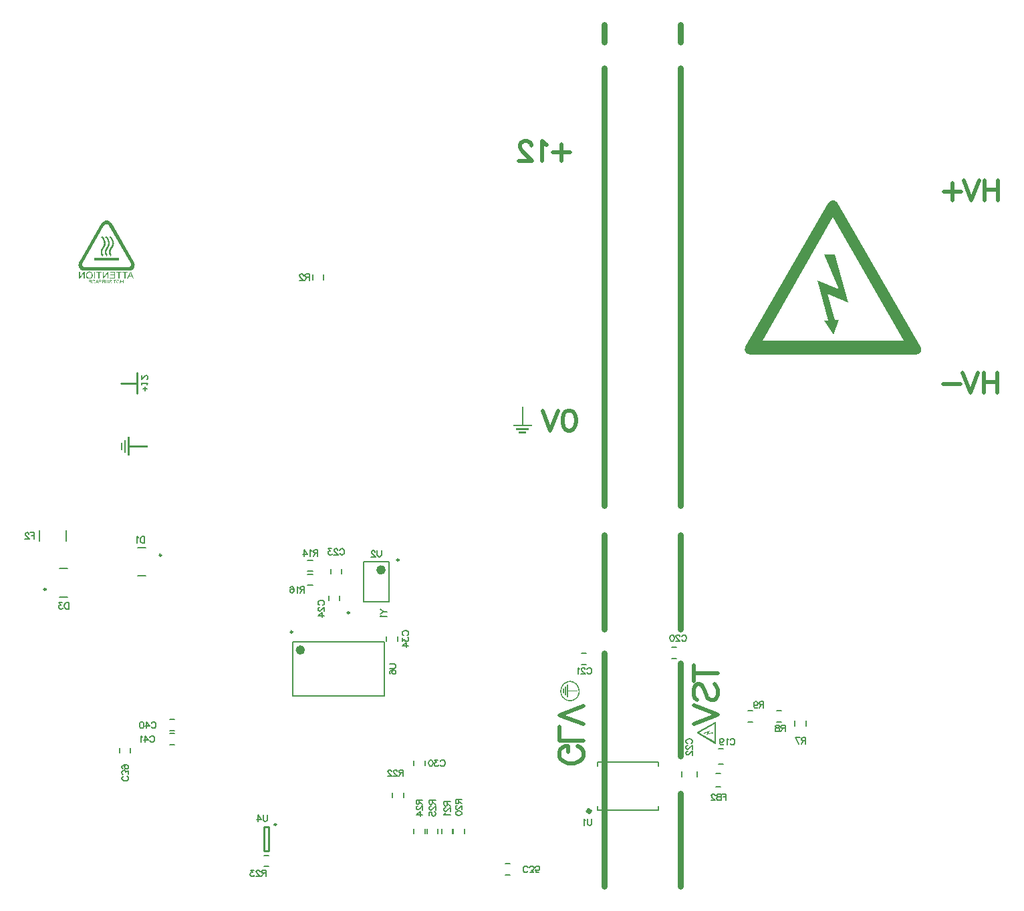
<source format=gbo>
G04*
G04 #@! TF.GenerationSoftware,Altium Limited,Altium Designer,20.0.13 (296)*
G04*
G04 Layer_Color=32896*
%FSLAX25Y25*%
%MOIN*%
G70*
G01*
G75*
%ADD10C,0.03000*%
%ADD11C,0.02000*%
%ADD12C,0.00787*%
%ADD13C,0.00984*%
%ADD14C,0.02362*%
%ADD15C,0.01000*%
%ADD16C,0.00600*%
%ADD17C,0.00500*%
G36*
X407004Y342715D02*
X407393Y342492D01*
X407726Y342270D01*
X408004Y342048D01*
X408226Y341881D01*
X408337Y341715D01*
X408393Y341603D01*
X408449Y341548D01*
X449889Y269944D01*
X450056Y269444D01*
X450167Y268944D01*
Y268444D01*
X450111Y268055D01*
X450056Y267722D01*
X450000Y267500D01*
X449889Y267333D01*
Y267278D01*
X449556Y266833D01*
X449222Y266556D01*
X448834Y266333D01*
X448445Y266167D01*
X448111Y266055D01*
X447834Y266000D01*
X364786Y266000D01*
X364286Y266055D01*
X363898Y266222D01*
X363509Y266389D01*
X363175Y266667D01*
X362953Y266889D01*
X362787Y267055D01*
X362675Y267222D01*
X362620Y267278D01*
X362398Y267722D01*
X362287Y268222D01*
Y268666D01*
X362342Y269055D01*
X362398Y269444D01*
X362509Y269722D01*
X362564Y269888D01*
X362620Y269944D01*
X403949Y341548D01*
X404338Y342048D01*
X404782Y342437D01*
X405227Y342659D01*
X405616Y342826D01*
X406004Y342881D01*
X406560D01*
X407004Y342715D01*
D02*
G37*
G36*
X275238Y103025D02*
X275419Y103018D01*
X275592Y102998D01*
X275766Y102970D01*
X276099Y102894D01*
X276418Y102803D01*
X276717Y102692D01*
X277001Y102567D01*
X277265Y102429D01*
X277501Y102297D01*
X277716Y102158D01*
X277910Y102019D01*
X278070Y101894D01*
X278146Y101839D01*
X278209Y101783D01*
X278271Y101735D01*
X278320Y101693D01*
X278361Y101651D01*
X278403Y101617D01*
X278431Y101589D01*
X278452Y101568D01*
X278459Y101561D01*
X278466Y101554D01*
X278590Y101415D01*
X278708Y101270D01*
X278819Y101124D01*
X278924Y100971D01*
X279021Y100826D01*
X279111Y100673D01*
X279271Y100367D01*
X279409Y100062D01*
X279520Y99764D01*
X279611Y99479D01*
X279687Y99202D01*
X279743Y98945D01*
X279784Y98709D01*
X279805Y98605D01*
X279819Y98501D01*
X279833Y98403D01*
X279840Y98320D01*
X279847Y98237D01*
X279854Y98168D01*
Y98112D01*
X279860Y98056D01*
Y97966D01*
X279854Y97772D01*
X279847Y97578D01*
X279826Y97390D01*
X279798Y97203D01*
X279729Y96849D01*
X279645Y96516D01*
X279534Y96197D01*
X279416Y95898D01*
X279291Y95627D01*
X279167Y95378D01*
X279035Y95156D01*
X278910Y94954D01*
X278847Y94864D01*
X278792Y94788D01*
X278736Y94711D01*
X278681Y94642D01*
X278639Y94579D01*
X278597Y94531D01*
X278556Y94482D01*
X278528Y94448D01*
X278500Y94420D01*
X278479Y94392D01*
X278472Y94385D01*
X278466Y94378D01*
X278327Y94246D01*
X278188Y94121D01*
X278049Y94003D01*
X277903Y93892D01*
X277765Y93788D01*
X277619Y93691D01*
X277473Y93608D01*
X277327Y93525D01*
X277036Y93379D01*
X276751Y93261D01*
X276481Y93164D01*
X276217Y93087D01*
X275974Y93025D01*
X275752Y92976D01*
X275648Y92962D01*
X275551Y92949D01*
X275467Y92935D01*
X275384Y92921D01*
X275308Y92914D01*
X275245Y92907D01*
X275190D01*
X275141Y92900D01*
X275100D01*
X275072D01*
X275058D01*
X275051D01*
X274864Y92907D01*
X274683Y92914D01*
X274503Y92935D01*
X274329Y92962D01*
X273996Y93039D01*
X273677Y93129D01*
X273372Y93240D01*
X273087Y93365D01*
X272830Y93504D01*
X272594Y93643D01*
X272379Y93774D01*
X272185Y93913D01*
X272018Y94038D01*
X271949Y94094D01*
X271886Y94149D01*
X271824Y94198D01*
X271775Y94239D01*
X271734Y94281D01*
X271692Y94316D01*
X271664Y94344D01*
X271643Y94364D01*
X271637Y94371D01*
X271630Y94378D01*
X271505Y94517D01*
X271387Y94663D01*
X271276Y94809D01*
X271172Y94954D01*
X271074Y95107D01*
X270984Y95253D01*
X270825Y95558D01*
X270686Y95863D01*
X270575Y96162D01*
X270484Y96446D01*
X270408Y96724D01*
X270353Y96981D01*
X270311Y97217D01*
X270290Y97328D01*
X270276Y97432D01*
X270269Y97529D01*
X270255Y97612D01*
X270249Y97689D01*
X270242Y97758D01*
Y97821D01*
X270235Y97876D01*
Y97966D01*
X270242Y98160D01*
X270249Y98355D01*
X270269Y98542D01*
X270297Y98723D01*
X270367Y99077D01*
X270450Y99417D01*
X270561Y99729D01*
X270679Y100027D01*
X270804Y100298D01*
X270936Y100548D01*
X271061Y100777D01*
X271185Y100971D01*
X271248Y101061D01*
X271304Y101145D01*
X271359Y101221D01*
X271414Y101291D01*
X271456Y101353D01*
X271498Y101401D01*
X271539Y101450D01*
X271567Y101485D01*
X271595Y101513D01*
X271616Y101540D01*
X271623Y101547D01*
X271630Y101554D01*
X271761Y101686D01*
X271900Y101818D01*
X272046Y101929D01*
X272185Y102040D01*
X272331Y102144D01*
X272476Y102241D01*
X272622Y102324D01*
X272768Y102408D01*
X273052Y102553D01*
X273337Y102672D01*
X273615Y102769D01*
X273871Y102845D01*
X274121Y102908D01*
X274343Y102956D01*
X274447Y102970D01*
X274544Y102991D01*
X274635Y102998D01*
X274718Y103012D01*
X274794Y103018D01*
X274857Y103025D01*
X274912D01*
X274961Y103032D01*
X275003D01*
X275030D01*
X275044D01*
X275051D01*
X275238Y103025D01*
D02*
G37*
G36*
X55331Y220455D02*
X64346D01*
Y219664D01*
X55331D01*
Y220455D01*
X55320D01*
Y219664D01*
X55331D01*
Y215510D01*
X54539D01*
Y224702D01*
X55331D01*
Y220455D01*
D02*
G37*
G36*
X51843Y218290D02*
X51052D01*
Y221933D01*
X51843D01*
Y218290D01*
D02*
G37*
G36*
X53571Y216895D02*
X52780D01*
Y223255D01*
X53571D01*
Y216895D01*
D02*
G37*
G36*
X44215Y332808D02*
X44465Y332780D01*
X44715Y332697D01*
X44937Y332641D01*
X45104Y332558D01*
X45243Y332475D01*
X45326Y332447D01*
X45354Y332419D01*
X45465Y332364D01*
X45520Y332336D01*
X45576Y332308D01*
X45937Y332002D01*
X46187Y331697D01*
X46270Y331558D01*
X46353Y331475D01*
X46381Y331392D01*
X46409Y331364D01*
X57572Y312036D01*
X57600Y312008D01*
Y311980D01*
Y311953D01*
X57683Y311814D01*
X57739Y311703D01*
X57794Y311619D01*
Y311592D01*
X57822Y311480D01*
X57850Y311342D01*
X57878Y311231D01*
X57906Y311203D01*
Y311175D01*
X57961Y310786D01*
X57933Y310425D01*
X57906Y310092D01*
X57822Y309787D01*
X57739Y309537D01*
X57656Y309342D01*
X57600Y309231D01*
X57572Y309176D01*
X57489Y309037D01*
X57406Y308926D01*
X57350Y308842D01*
X57322Y308815D01*
X57128Y308620D01*
X57073Y308537D01*
X57045Y308509D01*
X56712Y308259D01*
X56378Y308065D01*
X56045Y307926D01*
X55739Y307843D01*
X55462Y307787D01*
X55268Y307759D01*
X32496D01*
X32385Y307787D01*
X32274D01*
X32163Y307815D01*
X32024Y307843D01*
X31913Y307898D01*
X31885D01*
X31524Y308037D01*
X31191Y308231D01*
X30913Y308454D01*
X30691Y308676D01*
X30497Y308870D01*
X30386Y309037D01*
X30302Y309148D01*
X30275Y309176D01*
Y309203D01*
X30191Y309370D01*
X30136Y309481D01*
X30080Y309564D01*
Y309592D01*
X30024Y309759D01*
X29997Y309870D01*
X29969Y309953D01*
Y309981D01*
X29913Y310398D01*
Y310786D01*
X29969Y311120D01*
X30052Y311453D01*
X30136Y311703D01*
X30219Y311897D01*
X30275Y312008D01*
X30302Y312064D01*
X41466Y331419D01*
X41549Y331530D01*
X41605Y331642D01*
X41660Y331725D01*
X41688Y331753D01*
X41771Y331836D01*
X41882Y331947D01*
X41966Y332030D01*
X41993Y332058D01*
X42299Y332308D01*
X42632Y332502D01*
X42965Y332641D01*
X43243Y332752D01*
X43521Y332808D01*
X43715Y332836D01*
X43909D01*
X44215Y332808D01*
D02*
G37*
G36*
X44881Y303760D02*
X44437D01*
Y306537D01*
X42577Y303760D01*
X42105D01*
Y307287D01*
X42549D01*
Y304510D01*
X44409Y307287D01*
X44881D01*
Y303760D01*
D02*
G37*
G36*
X33051D02*
X32607D01*
Y306537D01*
X30747Y303760D01*
X30275D01*
Y307287D01*
X30719D01*
Y304510D01*
X32579Y307287D01*
X33051D01*
Y303760D01*
D02*
G37*
G36*
X57572D02*
X57073D01*
X56684Y304816D01*
X55212D01*
X54795Y303760D01*
X54268D01*
X55712Y307287D01*
X56212D01*
X57572Y303760D01*
D02*
G37*
G36*
X54518Y306871D02*
X53351D01*
Y303760D01*
X52879D01*
Y306871D01*
X51713D01*
Y307287D01*
X54518D01*
Y306871D01*
D02*
G37*
G36*
X51491D02*
X50324D01*
Y303760D01*
X49852D01*
Y306871D01*
X48686D01*
Y307287D01*
X51491D01*
Y306871D01*
D02*
G37*
G36*
X48186Y303760D02*
X45548D01*
Y304149D01*
X47714D01*
Y305371D01*
X45742D01*
Y305788D01*
X47714D01*
Y306871D01*
X45631D01*
Y307287D01*
X48186D01*
Y303760D01*
D02*
G37*
G36*
X41577Y306871D02*
X40411D01*
Y303760D01*
X39938D01*
Y306871D01*
X38772D01*
Y307287D01*
X41577D01*
Y306871D01*
D02*
G37*
G36*
X38217Y303760D02*
X37745D01*
Y307287D01*
X38217D01*
Y303760D01*
D02*
G37*
G36*
X35634Y307315D02*
X35856Y307259D01*
X36078Y307176D01*
X36245Y307093D01*
X36384Y307010D01*
X36495Y306926D01*
X36551Y306871D01*
X36578Y306843D01*
X36745Y306648D01*
X36856Y306426D01*
X36939Y306204D01*
X36995Y305982D01*
X37023Y305788D01*
X37050Y305621D01*
Y305510D01*
Y305482D01*
X37023Y305121D01*
X36939Y304843D01*
X36911Y304732D01*
X36884Y304677D01*
X36856Y304621D01*
Y304594D01*
X36689Y304316D01*
X36467Y304094D01*
X36301Y303983D01*
X36273Y303927D01*
X36245D01*
X35939Y303788D01*
X35662Y303705D01*
X35523D01*
X35440Y303677D01*
X35356D01*
X35023Y303705D01*
X34745Y303788D01*
X34662Y303844D01*
X34579Y303871D01*
X34523Y303899D01*
X34495D01*
X34246Y304094D01*
X34051Y304316D01*
X33912Y304483D01*
X33885Y304510D01*
Y304538D01*
X33746Y304871D01*
X33690Y305177D01*
X33662Y305316D01*
Y305427D01*
Y305482D01*
Y305510D01*
X33690Y305871D01*
X33773Y306176D01*
X33801Y306288D01*
X33857Y306371D01*
X33885Y306426D01*
Y306454D01*
X34051Y306732D01*
X34246Y306954D01*
X34412Y307065D01*
X34440Y307121D01*
X34468D01*
X34773Y307259D01*
X35051Y307315D01*
X35190Y307343D01*
X35356D01*
X35634Y307315D01*
D02*
G37*
G36*
X52324Y301428D02*
X52102D01*
Y302233D01*
X51185D01*
Y301428D01*
X50935D01*
Y303177D01*
X51185D01*
Y302455D01*
X52102D01*
Y303177D01*
X52324D01*
Y301428D01*
D02*
G37*
G36*
X44826Y302150D02*
X44798Y301955D01*
X44770Y301817D01*
X44743Y301733D01*
Y301706D01*
X44687Y301622D01*
X44604Y301567D01*
X44548Y301539D01*
X44521Y301511D01*
X44382Y301455D01*
X44243Y301428D01*
X44132Y301400D01*
X44104D01*
X43937Y301428D01*
X43826Y301455D01*
X43743Y301483D01*
X43715Y301511D01*
X43604Y301594D01*
X43549Y301678D01*
X43493Y301706D01*
Y301733D01*
X43465Y301844D01*
X43437Y301983D01*
Y302094D01*
Y302150D01*
Y303177D01*
X43660D01*
Y302150D01*
X43687Y301928D01*
X43715Y301817D01*
X43743Y301733D01*
X43771Y301706D01*
X43882Y301650D01*
X43993Y301622D01*
X44243D01*
X44326Y301650D01*
X44382D01*
X44493Y301761D01*
X44548Y301789D01*
Y301817D01*
X44576Y301900D01*
Y302011D01*
Y302122D01*
Y302150D01*
Y303177D01*
X44826D01*
Y302150D01*
D02*
G37*
G36*
X37606Y303177D02*
X37745Y303150D01*
X37856Y303122D01*
X37883Y303094D01*
X38022Y303011D01*
X38106Y302900D01*
X38161Y302816D01*
X38189Y302788D01*
X38245Y302622D01*
X38272Y302483D01*
Y302372D01*
Y302316D01*
X38245Y302122D01*
X38217Y301955D01*
X38189Y301844D01*
Y301817D01*
X38106Y301706D01*
X38022Y301594D01*
X37939Y301567D01*
X37911Y301539D01*
X37772Y301455D01*
X37606Y301428D01*
X37495Y301400D01*
X37439D01*
X37273Y301428D01*
X37134Y301483D01*
X37023Y301539D01*
X36995Y301567D01*
X36856Y301650D01*
X36773Y301789D01*
X36745Y301900D01*
X36717Y301955D01*
X36939Y302039D01*
X36995Y301872D01*
X37050Y301761D01*
X37106Y301706D01*
X37134Y301678D01*
X37356Y301622D01*
X37467D01*
X37661Y301650D01*
X37772D01*
X37856Y301733D01*
X37911Y301817D01*
X37967Y301872D01*
Y301900D01*
X38022Y302039D01*
X38050Y302178D01*
Y302289D01*
Y302316D01*
Y302428D01*
X38022Y302539D01*
X37995Y302622D01*
Y302650D01*
X37939Y302761D01*
X37883Y302844D01*
X37828Y302872D01*
X37800Y302900D01*
X37689Y302955D01*
X37578Y303011D01*
X37328D01*
X37245Y302983D01*
X37189Y302955D01*
X37161Y302927D01*
X37078Y302844D01*
X37023Y302733D01*
X36967Y302650D01*
Y302622D01*
X36745Y302677D01*
X36828Y302844D01*
X36911Y302955D01*
X36967Y303038D01*
X36995Y303066D01*
X37134Y303150D01*
X37300Y303177D01*
X37384Y303205D01*
X37439D01*
X37606Y303177D01*
D02*
G37*
G36*
X48769Y302983D02*
X48186D01*
Y301428D01*
X47936D01*
Y302983D01*
X47353D01*
Y303177D01*
X48769D01*
Y302983D01*
D02*
G37*
G36*
X43021Y301428D02*
X42799D01*
Y302178D01*
X42382D01*
X42299Y302150D01*
X42271Y302122D01*
X42216Y302066D01*
X42160Y302039D01*
Y302011D01*
X42105Y301955D01*
X42049Y301872D01*
X42021Y301789D01*
X41993Y301761D01*
X41771Y301428D01*
X41466D01*
X41771Y301900D01*
X41910Y302066D01*
X41938Y302094D01*
X41966Y302122D01*
X41993Y302150D01*
X42049Y302178D01*
X42077Y302205D01*
X42105D01*
X41938Y302233D01*
X41827Y302289D01*
X41771Y302344D01*
X41743Y302372D01*
X41660Y302483D01*
X41632Y302594D01*
X41605Y302677D01*
Y302705D01*
Y302788D01*
X41632Y302872D01*
X41660Y302927D01*
X41688Y302955D01*
X41827Y303094D01*
X41855Y303122D01*
X41882D01*
X41993Y303150D01*
X42105Y303177D01*
X43021D01*
Y301428D01*
D02*
G37*
G36*
X41216D02*
X40994D01*
Y302205D01*
X40161D01*
Y302428D01*
X40994D01*
Y302983D01*
X40049D01*
Y303177D01*
X41216D01*
Y301428D01*
D02*
G37*
G36*
X40049D02*
X39827D01*
X39633Y301928D01*
X38883D01*
X38661Y301428D01*
X38411D01*
X39133Y303177D01*
X39383D01*
X40049Y301428D01*
D02*
G37*
G36*
X36412D02*
X35106D01*
Y301622D01*
X36189D01*
Y302205D01*
X35217D01*
Y302428D01*
X36189D01*
Y302983D01*
X35134D01*
Y303177D01*
X36412D01*
Y301428D01*
D02*
G37*
G36*
X50019Y303177D02*
X50213Y303094D01*
X50324Y302983D01*
X50380Y302955D01*
X50519Y302733D01*
X50602Y302511D01*
X50630Y302344D01*
Y302289D01*
Y302261D01*
X50602Y302094D01*
X50574Y301955D01*
X50547Y301844D01*
X50519Y301817D01*
X50436Y301706D01*
X50352Y301594D01*
X50269Y301567D01*
X50241Y301539D01*
X50102Y301455D01*
X49936Y301428D01*
X49825Y301400D01*
X49797D01*
X49630Y301428D01*
X49491Y301455D01*
X49380Y301483D01*
X49352Y301511D01*
X49214Y301594D01*
X49130Y301706D01*
X49075Y301789D01*
X49047Y301817D01*
X48991Y301983D01*
X48936Y302122D01*
Y302233D01*
Y302289D01*
Y302455D01*
X48964Y302622D01*
X48991Y302733D01*
X49019Y302761D01*
X49103Y302900D01*
X49214Y303011D01*
X49297Y303066D01*
X49325Y303094D01*
X49463Y303150D01*
X49630Y303205D01*
X49769D01*
X50019Y303177D01*
D02*
G37*
G36*
X46103D02*
X46159Y303150D01*
X46187D01*
X46353Y303038D01*
X46381Y303011D01*
X46409Y302983D01*
X46464Y302872D01*
X46492Y302788D01*
Y302733D01*
Y302705D01*
X46464Y302622D01*
X46437Y302566D01*
X46409Y302511D01*
X46353Y302428D01*
X46298Y302400D01*
X46242Y302344D01*
X46214D01*
X46131Y302289D01*
X46020Y302261D01*
X45909Y302233D01*
X45881D01*
X45715Y302178D01*
X45631Y302150D01*
X45576Y302122D01*
X45437Y302066D01*
X45409Y302039D01*
X45354Y301928D01*
Y301900D01*
Y301872D01*
X45381Y301761D01*
X45409Y301733D01*
X45520Y301650D01*
X45548Y301622D01*
X46076D01*
X46159Y301678D01*
X46214Y301706D01*
X46242Y301761D01*
X46298Y301844D01*
X46325Y301928D01*
Y301955D01*
Y301983D01*
X46548D01*
X46520Y301844D01*
X46492Y301733D01*
X46464Y301678D01*
Y301650D01*
X46270Y301539D01*
X46214Y301483D01*
X46187D01*
X46048Y301428D01*
X45937Y301400D01*
X45798D01*
X45687Y301428D01*
X45576Y301455D01*
X45492Y301483D01*
X45465D01*
X45354Y301539D01*
X45270Y301567D01*
X45243Y301622D01*
X45215D01*
X45159Y301733D01*
X45131Y301817D01*
Y301872D01*
Y301900D01*
Y302011D01*
X45159Y302066D01*
X45187Y302122D01*
X45215Y302150D01*
X45270Y302233D01*
X45354Y302289D01*
X45409Y302344D01*
X45437D01*
X45520Y302372D01*
X45659Y302400D01*
X45770Y302455D01*
X45826D01*
X46020Y302511D01*
X46131Y302539D01*
X46159Y302566D01*
X46187D01*
X46242Y302677D01*
Y302705D01*
Y302733D01*
X46214Y302816D01*
X46187Y302872D01*
X46159Y302927D01*
X46076Y302955D01*
X45965Y302983D01*
X45715D01*
X45631Y302955D01*
X45576Y302927D01*
X45548D01*
X45465Y302844D01*
X45437Y302761D01*
X45409Y302677D01*
Y302650D01*
X45187Y302677D01*
Y302788D01*
X45215Y302872D01*
X45243Y302927D01*
X45270Y302955D01*
X45354Y303038D01*
X45437Y303094D01*
X45492Y303150D01*
X45520D01*
X45742Y303205D01*
X45992D01*
X46103Y303177D01*
D02*
G37*
G36*
X251836Y230831D02*
X251045D01*
Y230820D01*
X251836D01*
Y230831D01*
X255990D01*
Y230039D01*
X246798D01*
Y230831D01*
X251045D01*
Y239846D01*
X251836D01*
Y230831D01*
D02*
G37*
G36*
X254605Y228280D02*
X248245D01*
Y229071D01*
X254605D01*
Y228280D01*
D02*
G37*
G36*
X253210Y226552D02*
X249567D01*
Y227343D01*
X253210D01*
Y226552D01*
D02*
G37*
G36*
X347643Y82551D02*
X347685Y82544D01*
X347713Y82538D01*
X347733Y82524D01*
X347740D01*
X347796Y82482D01*
X347831Y82440D01*
X347858Y82392D01*
X347879Y82343D01*
X347893Y82302D01*
X347900Y82267D01*
Y71892D01*
X347893Y71829D01*
X347872Y71781D01*
X347851Y71732D01*
X347817Y71690D01*
X347789Y71663D01*
X347768Y71642D01*
X347747Y71628D01*
X347740Y71621D01*
X347685Y71593D01*
X347622Y71579D01*
X347567D01*
X347518Y71586D01*
X347470Y71593D01*
X347435Y71607D01*
X347414Y71614D01*
X347407Y71621D01*
X338462Y76784D01*
X338399Y76833D01*
X338351Y76888D01*
X338323Y76944D01*
X338302Y76992D01*
X338295Y77041D01*
Y77110D01*
X338316Y77166D01*
X338344Y77215D01*
X338371Y77256D01*
X338399Y77291D01*
X338420Y77319D01*
X338441Y77333D01*
X338455Y77340D01*
X338462Y77346D01*
X347407Y82524D01*
X347470Y82544D01*
X347532Y82558D01*
X347595D01*
X347643Y82551D01*
D02*
G37*
%LPC*%
G36*
X406171Y334604D02*
X371063Y272777D01*
X441390Y272777D01*
X406171Y334604D01*
D02*
G37*
%LPD*%
G36*
X413893Y291831D02*
X403394Y296108D01*
X407116Y283109D01*
X409115D01*
X406560Y275832D01*
X401949Y282832D01*
X403949D01*
X398561Y302885D01*
X409282Y298552D01*
X401783Y315884D01*
X407115D01*
X413893Y291831D01*
D02*
G37*
%LPC*%
G36*
X275127Y102505D02*
X275093D01*
X275072D01*
X275058D01*
X275051D01*
X274885Y102498D01*
X274725Y102491D01*
X274413Y102449D01*
X274114Y102380D01*
X273830Y102297D01*
X273559Y102200D01*
X273309Y102089D01*
X273080Y101971D01*
X272872Y101846D01*
X272678Y101721D01*
X272511Y101603D01*
X272365Y101492D01*
X272240Y101395D01*
X272143Y101311D01*
X272074Y101242D01*
X272053Y101221D01*
X272032Y101200D01*
X272025Y101193D01*
X272018Y101186D01*
X271907Y101061D01*
X271796Y100930D01*
X271602Y100666D01*
X271435Y100395D01*
X271290Y100118D01*
X271172Y99847D01*
X271068Y99576D01*
X270984Y99319D01*
X270922Y99077D01*
X270866Y98841D01*
X270831Y98632D01*
X270804Y98445D01*
X270790Y98362D01*
X270783Y98278D01*
X270776Y98209D01*
X270769Y98147D01*
Y98098D01*
X270762Y98049D01*
Y97966D01*
X270769Y97793D01*
X270776Y97619D01*
X270818Y97286D01*
X270880Y96967D01*
X270956Y96662D01*
X271054Y96377D01*
X271158Y96113D01*
X271276Y95870D01*
X271394Y95648D01*
X271505Y95447D01*
X271623Y95266D01*
X271727Y95114D01*
X271824Y94982D01*
X271866Y94927D01*
X271900Y94878D01*
X271935Y94843D01*
X271963Y94809D01*
X271990Y94781D01*
X272004Y94760D01*
X272018Y94753D01*
Y94746D01*
X272136Y94628D01*
X272261Y94517D01*
X272386Y94406D01*
X272511Y94309D01*
X272768Y94135D01*
X273025Y93983D01*
X273281Y93858D01*
X273531Y93747D01*
X273774Y93663D01*
X274003Y93594D01*
X274225Y93538D01*
X274419Y93497D01*
X274600Y93469D01*
X274683Y93455D01*
X274753Y93448D01*
X274822Y93441D01*
X274878Y93434D01*
X274933D01*
X274975Y93427D01*
X275009D01*
X275030D01*
X275044D01*
X275051D01*
X275218Y93434D01*
X275377Y93441D01*
X275683Y93483D01*
X275981Y93552D01*
X276266Y93636D01*
X276529Y93733D01*
X276779Y93844D01*
X277008Y93962D01*
X277223Y94087D01*
X277411Y94212D01*
X277584Y94330D01*
X277730Y94441D01*
X277848Y94538D01*
X277945Y94621D01*
X278021Y94691D01*
X278042Y94711D01*
X278063Y94732D01*
X278070Y94739D01*
X278077Y94746D01*
X278188Y94871D01*
X278299Y95003D01*
X278493Y95266D01*
X278660Y95537D01*
X278806Y95808D01*
X278924Y96078D01*
X279028Y96349D01*
X279111Y96606D01*
X279173Y96856D01*
X279229Y97085D01*
X279264Y97300D01*
X279298Y97487D01*
X279305Y97571D01*
X279312Y97647D01*
X279319Y97723D01*
X279326Y97786D01*
Y97834D01*
X279333Y97883D01*
Y98140D01*
X279319Y98313D01*
X279277Y98646D01*
X279215Y98959D01*
X279139Y99264D01*
X279042Y99549D01*
X278938Y99812D01*
X278819Y100055D01*
X278708Y100284D01*
X278590Y100485D01*
X278472Y100666D01*
X278368Y100819D01*
X278271Y100950D01*
X278230Y101006D01*
X278195Y101048D01*
X278160Y101089D01*
X278132Y101124D01*
X278112Y101152D01*
X278091Y101172D01*
X278084Y101179D01*
X278077Y101186D01*
X277959Y101304D01*
X277834Y101415D01*
X277709Y101526D01*
X277584Y101624D01*
X277327Y101797D01*
X277071Y101950D01*
X276814Y102075D01*
X276564Y102186D01*
X276321Y102269D01*
X276085Y102338D01*
X275870Y102394D01*
X275676Y102436D01*
X275495Y102463D01*
X275419Y102477D01*
X275342Y102484D01*
X275280Y102491D01*
X275225Y102498D01*
X275169D01*
X275127Y102505D01*
D02*
G37*
%LPD*%
G36*
X272088Y96752D02*
X271560D01*
Y99202D01*
X272088D01*
Y96752D01*
D02*
G37*
G36*
X273045Y95836D02*
X272511D01*
Y100083D01*
X273045D01*
Y95836D01*
D02*
G37*
G36*
X274017Y98209D02*
X278958D01*
Y97682D01*
X274017D01*
Y94899D01*
X273490D01*
Y101034D01*
X274017D01*
Y98209D01*
D02*
G37*
%LPC*%
G36*
X44048Y330920D02*
X43909D01*
X43687Y330892D01*
X43493Y330864D01*
X43187Y330725D01*
X43049Y330642D01*
X42965Y330558D01*
X42910Y330531D01*
X42882Y330503D01*
X42771Y330392D01*
X42743Y330364D01*
X42715Y330336D01*
X42632Y330225D01*
X42604Y330198D01*
Y330170D01*
X42577D01*
X31968Y311786D01*
X31857Y311564D01*
X31802Y311342D01*
X31746Y311203D01*
Y311175D01*
Y311147D01*
X31774Y311120D01*
X31746Y311064D01*
Y311036D01*
Y311008D01*
X31774Y310703D01*
X31857Y310453D01*
X31941Y310286D01*
X31968Y310259D01*
Y310231D01*
X32107Y310036D01*
X32246Y309898D01*
X32385Y309759D01*
X32524Y309676D01*
X32663Y309592D01*
X32774Y309537D01*
X32829Y309509D01*
X32885D01*
X32940Y309481D01*
X33024Y309453D01*
X54518D01*
X54740Y309481D01*
X54962Y309509D01*
X55129Y309564D01*
X55295Y309648D01*
X55434Y309731D01*
X55517Y309787D01*
X55573Y309814D01*
X55601Y309842D01*
X55712Y309981D01*
X55739Y310036D01*
X55851Y310175D01*
X55878Y310203D01*
Y310231D01*
X55962Y310425D01*
X56017Y310592D01*
X56073Y310925D01*
Y311064D01*
X56045Y311175D01*
Y311258D01*
Y311286D01*
X56017Y311397D01*
Y311453D01*
X55989Y311508D01*
X55934Y311647D01*
X55906Y311703D01*
Y311730D01*
X55878Y311758D01*
X45270Y330142D01*
X45131Y330336D01*
X44993Y330503D01*
X44881Y330614D01*
X44826Y330642D01*
X44770D01*
X44743Y330670D01*
X44715Y330697D01*
X44437Y330836D01*
X44159Y330892D01*
X44048Y330920D01*
D02*
G37*
%LPD*%
G36*
X45992Y324949D02*
X46187Y324782D01*
X46325Y324643D01*
X46353Y324616D01*
X46381Y324588D01*
X46548Y324366D01*
X46714Y324171D01*
X46825Y324032D01*
X46853Y324005D01*
Y323977D01*
X47047Y323644D01*
X47214Y323283D01*
X47353Y322950D01*
X47436Y322644D01*
X47520Y322366D01*
X47575Y322172D01*
X47603Y322033D01*
Y321978D01*
X47631Y321561D01*
X47603Y321172D01*
X47520Y320783D01*
X47436Y320450D01*
X47325Y320173D01*
X47242Y319950D01*
X47186Y319812D01*
X47159Y319756D01*
X46992Y319478D01*
X46825Y319201D01*
X46742Y319062D01*
X46659Y318978D01*
X46631Y318923D01*
X46603Y318895D01*
X46409Y318590D01*
X46270Y318312D01*
X46131Y318062D01*
X46076Y317840D01*
X46020Y317645D01*
X45992Y317507D01*
X45965Y317423D01*
Y317395D01*
X45937Y317284D01*
Y317173D01*
Y317146D01*
Y317118D01*
Y317007D01*
Y316896D01*
X45965Y316812D01*
Y316785D01*
X46048Y316479D01*
X46103Y316229D01*
X46214Y316035D01*
X46298Y315896D01*
X46381Y315813D01*
X46437Y315757D01*
X46464Y315729D01*
X46492D01*
X46214Y314952D01*
X45937Y315118D01*
X45687Y315340D01*
X45520Y315618D01*
X45381Y315924D01*
X45270Y316201D01*
X45215Y316451D01*
X45159Y316618D01*
Y316646D01*
Y316673D01*
X45131Y316785D01*
Y316923D01*
Y317035D01*
Y317090D01*
Y317201D01*
Y317340D01*
Y317451D01*
Y317479D01*
X45159Y317729D01*
X45215Y317951D01*
X45243Y318145D01*
X45298Y318284D01*
X45354Y318423D01*
X45409Y318506D01*
X45437Y318562D01*
Y318590D01*
X45603Y318895D01*
X45770Y319145D01*
X45826Y319256D01*
X45881Y319339D01*
X45937Y319367D01*
Y319395D01*
X46159Y319700D01*
X46325Y319950D01*
X46409Y320089D01*
X46437Y320145D01*
X46575Y320450D01*
X46659Y320783D01*
X46742Y321089D01*
Y321394D01*
Y321672D01*
X46714Y321950D01*
X46631Y322450D01*
X46464Y322894D01*
X46409Y323061D01*
X46325Y323227D01*
X46270Y323338D01*
X46214Y323422D01*
X46159Y323477D01*
Y323505D01*
X46020Y323727D01*
X45909Y323894D01*
X45798Y324005D01*
X45770Y324032D01*
X45603Y324199D01*
X45437Y324338D01*
X45326Y324449D01*
X45298Y324477D01*
X45270D01*
X45576Y324838D01*
X45798Y325116D01*
X45992Y324949D01*
D02*
G37*
G36*
X43937D02*
X44104Y324782D01*
X44243Y324643D01*
X44271Y324616D01*
X44298Y324588D01*
X44493Y324366D01*
X44659Y324171D01*
X44770Y324032D01*
X44798Y324005D01*
Y323977D01*
X44993Y323644D01*
X45131Y323283D01*
X45270Y322950D01*
X45354Y322644D01*
X45437Y322366D01*
X45492Y322172D01*
X45520Y322033D01*
Y321978D01*
X45548Y321561D01*
X45520Y321172D01*
X45437Y320783D01*
X45354Y320450D01*
X45270Y320173D01*
X45187Y319950D01*
X45131Y319812D01*
X45104Y319756D01*
X44937Y319506D01*
X44770Y319201D01*
X44687Y319090D01*
X44604Y318978D01*
X44576Y318923D01*
X44548Y318895D01*
X44354Y318590D01*
X44187Y318312D01*
X44076Y318062D01*
X43993Y317840D01*
X43937Y317645D01*
X43909Y317507D01*
X43882Y317423D01*
Y317395D01*
Y317201D01*
Y317146D01*
Y317118D01*
Y317007D01*
Y316896D01*
X43909Y316812D01*
Y316785D01*
X43965Y316479D01*
X44048Y316229D01*
X44132Y316035D01*
X44215Y315896D01*
X44298Y315813D01*
X44354Y315757D01*
X44382Y315729D01*
X44409D01*
X44159Y314952D01*
X43854Y315118D01*
X43632Y315340D01*
X43437Y315618D01*
X43299Y315924D01*
X43215Y316201D01*
X43160Y316451D01*
X43104Y316618D01*
Y316646D01*
Y316673D01*
X43076Y316785D01*
Y316923D01*
X43049Y317035D01*
Y317090D01*
Y317257D01*
Y317368D01*
X43076Y317451D01*
Y317479D01*
X43104Y317729D01*
X43160Y317951D01*
X43187Y318145D01*
X43243Y318284D01*
X43299Y318423D01*
X43354Y318506D01*
X43382Y318562D01*
Y318590D01*
X43549Y318895D01*
X43715Y319145D01*
X43771Y319256D01*
X43826Y319339D01*
X43882Y319367D01*
Y319395D01*
X44104Y319700D01*
X44243Y319950D01*
X44326Y320089D01*
X44354Y320145D01*
X44493Y320450D01*
X44576Y320756D01*
X44659Y321061D01*
X44687Y321367D01*
Y321672D01*
X44659Y321950D01*
X44548Y322450D01*
X44409Y322894D01*
X44326Y323061D01*
X44271Y323227D01*
X44187Y323338D01*
X44159Y323422D01*
X44104Y323477D01*
Y323505D01*
X43965Y323727D01*
X43826Y323894D01*
X43743Y324005D01*
X43715Y324032D01*
X43549Y324199D01*
X43382Y324338D01*
X43271Y324449D01*
X43215Y324477D01*
X43521Y324838D01*
X43743Y325116D01*
X43937Y324949D01*
D02*
G37*
G36*
X41882D02*
X42077Y324782D01*
X42188Y324643D01*
X42243Y324616D01*
Y324588D01*
X42438Y324366D01*
X42604Y324171D01*
X42715Y324032D01*
X42743Y324005D01*
Y323977D01*
X42938Y323644D01*
X43076Y323283D01*
X43215Y322950D01*
X43299Y322644D01*
X43382Y322366D01*
X43437Y322172D01*
X43465Y322033D01*
Y321978D01*
X43493Y321561D01*
X43465Y321172D01*
X43382Y320783D01*
X43299Y320450D01*
X43215Y320173D01*
X43132Y319950D01*
X43076Y319812D01*
X43049Y319756D01*
X42882Y319450D01*
X42688Y319173D01*
X42604Y319062D01*
X42549Y318978D01*
X42521Y318923D01*
X42493Y318895D01*
X42299Y318617D01*
X42132Y318340D01*
X42021Y318090D01*
X41938Y317868D01*
X41882Y317673D01*
X41855Y317534D01*
X41827Y317423D01*
Y317395D01*
Y317312D01*
Y317229D01*
Y317146D01*
Y317118D01*
Y317007D01*
Y316923D01*
X41855Y316812D01*
Y316785D01*
X41910Y316479D01*
X41993Y316229D01*
X42077Y316035D01*
X42160Y315896D01*
X42243Y315813D01*
X42299Y315757D01*
X42327Y315729D01*
X42354D01*
X42105Y314952D01*
X41799Y315118D01*
X41577Y315340D01*
X41383Y315618D01*
X41244Y315924D01*
X41160Y316201D01*
X41105Y316451D01*
X41049Y316618D01*
Y316646D01*
Y316673D01*
X41021Y316812D01*
X40994Y316951D01*
Y317062D01*
Y317090D01*
Y317229D01*
Y317368D01*
Y317451D01*
Y317479D01*
X41021Y317729D01*
X41077Y317951D01*
X41133Y318145D01*
X41188Y318284D01*
X41244Y318423D01*
X41299Y318506D01*
X41327Y318562D01*
Y318590D01*
X41493Y318895D01*
X41660Y319145D01*
X41716Y319256D01*
X41771Y319339D01*
X41827Y319367D01*
Y319395D01*
X42049Y319728D01*
X42188Y319950D01*
X42271Y320089D01*
X42299Y320145D01*
X42438Y320450D01*
X42521Y320756D01*
X42604Y321061D01*
X42632Y321367D01*
Y321672D01*
X42604Y321950D01*
X42493Y322450D01*
X42354Y322894D01*
X42271Y323061D01*
X42216Y323227D01*
X42132Y323338D01*
X42105Y323422D01*
X42049Y323477D01*
Y323505D01*
X41882Y323727D01*
X41743Y323894D01*
X41660Y324005D01*
X41632Y324032D01*
X41466Y324199D01*
X41299Y324338D01*
X41188Y324449D01*
X41160Y324477D01*
X41438Y324838D01*
X41660Y325116D01*
X41882Y324949D01*
D02*
G37*
G36*
X50102Y312952D02*
X37745D01*
Y314008D01*
X50102D01*
Y312952D01*
D02*
G37*
%LPC*%
G36*
X55962Y306926D02*
X55878Y306676D01*
X55795Y306426D01*
X55739Y306260D01*
X55712Y306204D01*
Y306176D01*
X55351Y305205D01*
X56545D01*
X56156Y306232D01*
X56073Y306482D01*
X56017Y306704D01*
X55962Y306871D01*
Y306898D01*
Y306926D01*
D02*
G37*
G36*
X35440Y306954D02*
X35356D01*
X35106Y306926D01*
X34912Y306871D01*
X34773Y306787D01*
X34718Y306760D01*
X34523Y306621D01*
X34412Y306454D01*
X34329Y306315D01*
X34301Y306288D01*
Y306260D01*
X34190Y306010D01*
X34162Y305760D01*
X34135Y305593D01*
Y305538D01*
Y305510D01*
X34162Y305288D01*
X34190Y305066D01*
X34246Y304871D01*
X34301Y304732D01*
X34384Y304621D01*
X34440Y304538D01*
X34468Y304483D01*
X34495Y304455D01*
X34634Y304344D01*
X34773Y304260D01*
X35051Y304149D01*
X35162Y304121D01*
X35273Y304094D01*
X35356D01*
X35551Y304121D01*
X35717Y304149D01*
X35995Y304288D01*
X36078Y304344D01*
X36162Y304399D01*
X36189Y304427D01*
X36217Y304455D01*
X36328Y304594D01*
X36412Y304760D01*
X36523Y305093D01*
X36551Y305232D01*
X36578Y305343D01*
Y305427D01*
Y305454D01*
X36551Y305732D01*
X36523Y305982D01*
X36467Y306176D01*
X36384Y306315D01*
X36328Y306454D01*
X36273Y306537D01*
X36245Y306565D01*
X36217Y306593D01*
X36078Y306704D01*
X35939Y306815D01*
X35662Y306898D01*
X35523Y306926D01*
X35440Y306954D01*
D02*
G37*
G36*
X42799Y302983D02*
X42105D01*
X42021Y302955D01*
X41966Y302927D01*
X41938Y302900D01*
X41882Y302844D01*
X41855Y302761D01*
Y302733D01*
Y302705D01*
X41882Y302594D01*
X41910Y302539D01*
X41938Y302511D01*
X41993Y302455D01*
X42021Y302428D01*
X42049D01*
X42216Y302400D01*
X42799D01*
Y302983D01*
D02*
G37*
G36*
X39272D02*
X39216Y302872D01*
X39189Y302761D01*
X39133Y302677D01*
Y302622D01*
X38939Y302122D01*
X39550D01*
X39355Y302650D01*
X39327Y302761D01*
X39300Y302872D01*
X39272Y302955D01*
Y302983D01*
D02*
G37*
G36*
X49797Y303011D02*
X49658D01*
X49547Y302983D01*
X49491Y302955D01*
X49463Y302927D01*
X49297Y302761D01*
X49269Y302705D01*
X49241Y302677D01*
X49186Y302539D01*
X49158Y302428D01*
Y302316D01*
Y302289D01*
X49186Y302066D01*
X49241Y301900D01*
X49325Y301789D01*
X49352Y301761D01*
X49491Y301678D01*
X49630Y301650D01*
X49741Y301622D01*
X49797D01*
X49963Y301650D01*
X50102Y301706D01*
X50186Y301733D01*
X50213Y301761D01*
X50297Y301900D01*
X50352Y302066D01*
X50380Y302205D01*
Y302261D01*
X50352Y302511D01*
X50297Y302705D01*
X50241Y302816D01*
X50213Y302844D01*
X50074Y302955D01*
X49908Y302983D01*
X49797Y303011D01*
D02*
G37*
G36*
X347053Y81462D02*
X339329Y77062D01*
X347053Y72676D01*
Y81462D01*
D02*
G37*
%LPD*%
G36*
X344139Y76715D02*
X345762Y77180D01*
Y77430D01*
X346672Y77110D01*
X345797Y76534D01*
Y76784D01*
X343292Y76111D01*
X343833Y77451D01*
X341668Y76514D01*
Y77180D01*
X344673Y78026D01*
X344139Y76715D01*
D02*
G37*
D10*
X330000Y500D02*
Y47000D01*
Y422000D02*
Y430469D01*
X292000Y422000D02*
Y430469D01*
X330000Y129000D02*
Y176000D01*
Y65500D02*
Y112000D01*
X292000Y500D02*
Y117000D01*
Y129000D02*
Y176000D01*
Y190500D02*
Y409000D01*
X330000Y190500D02*
X330000Y409000D01*
D11*
X285106Y38051D02*
G03*
X285106Y38051I-625J0D01*
G01*
X275144Y237998D02*
X276572Y237522D01*
X277524Y236093D01*
X278000Y233713D01*
Y232285D01*
X277524Y229904D01*
X276572Y228476D01*
X275144Y228000D01*
X274191D01*
X272763Y228476D01*
X271811Y229904D01*
X271335Y232285D01*
Y233713D01*
X271811Y236093D01*
X272763Y237522D01*
X274191Y237998D01*
X275144D01*
X269097D02*
X265288Y228000D01*
X261480Y237998D02*
X265288Y228000D01*
X278841Y70470D02*
X279983Y69898D01*
X281126Y68756D01*
X281697Y67613D01*
Y65328D01*
X281126Y64185D01*
X279983Y63043D01*
X278841Y62471D01*
X277127Y61900D01*
X274270D01*
X272556Y62471D01*
X271414Y63043D01*
X270271Y64185D01*
X269700Y65328D01*
Y67613D01*
X270271Y68756D01*
X271414Y69898D01*
X272556Y70470D01*
X274270D01*
Y67613D02*
Y70470D01*
X281697Y73212D02*
X269700D01*
Y80067D01*
X281697Y81381D02*
X269700Y85952D01*
X281697Y90522D02*
X269700Y85952D01*
X270851Y370960D02*
Y362390D01*
X275136Y366675D02*
X266566D01*
X263615Y370484D02*
X262662Y370960D01*
X261234Y372388D01*
Y362390D01*
X255807Y370008D02*
Y370484D01*
X255331Y371436D01*
X254854Y371912D01*
X253902Y372388D01*
X251998D01*
X251046Y371912D01*
X250570Y371436D01*
X250094Y370484D01*
Y369532D01*
X250570Y368579D01*
X251522Y367151D01*
X256283Y362390D01*
X249618D01*
X488000Y256998D02*
Y247000D01*
X481335Y256998D02*
Y247000D01*
X488000Y252237D02*
X481335D01*
X478573Y256998D02*
X474765Y247000D01*
X470956Y256998D02*
X474765Y247000D01*
X469671Y251285D02*
X461101D01*
X336703Y106901D02*
X348700D01*
X336703Y110900D02*
Y102902D01*
X338417Y93475D02*
X337274Y94618D01*
X336703Y96332D01*
Y98617D01*
X337274Y100331D01*
X338417Y101473D01*
X339559D01*
X340702Y100902D01*
X341273Y100331D01*
X341844Y99188D01*
X342987Y95760D01*
X343558Y94618D01*
X344130Y94046D01*
X345272Y93475D01*
X346986D01*
X348129Y94618D01*
X348700Y96332D01*
Y98617D01*
X348129Y100331D01*
X346986Y101473D01*
X336703Y90790D02*
X348700Y86220D01*
X336703Y81649D02*
X348700Y86220D01*
X488500Y352998D02*
Y343000D01*
X481835Y352998D02*
Y343000D01*
X488500Y348237D02*
X481835D01*
X479073Y352998D02*
X475265Y343000D01*
X471456Y352998D02*
X475265Y343000D01*
X465886Y351570D02*
Y343000D01*
X470171Y347285D02*
X461601D01*
D12*
X136665Y122386D02*
X182335D01*
X136665Y95614D02*
X182335D01*
X136665D02*
Y122386D01*
X182335Y95614D02*
Y122386D01*
X347800Y56963D02*
X350200D01*
X347800Y50063D02*
X350200D01*
X10300Y172900D02*
Y178100D01*
X23700Y172900D02*
Y178100D01*
X59531Y169508D02*
X63468D01*
X59531Y155492D02*
X63468D01*
X20531Y159008D02*
X24468D01*
X20531Y144992D02*
X24468D01*
X184736Y142657D02*
Y162343D01*
X172138Y142657D02*
Y162343D01*
X184736D01*
X172138Y142657D02*
X184736D01*
D13*
X136646Y127504D02*
G03*
X136646Y127504I-492J0D01*
G01*
X165034Y137000D02*
G03*
X165034Y137000I-492J0D01*
G01*
X128579Y31327D02*
G03*
X128579Y31327I-492J0D01*
G01*
X71244Y165787D02*
G03*
X71244Y165787I-492J0D01*
G01*
X13740Y148713D02*
G03*
X13740Y148713I-492J0D01*
G01*
X189657Y163347D02*
G03*
X189657Y163347I-492J0D01*
G01*
D14*
X141783Y118449D02*
G03*
X141783Y118449I-1181J0D01*
G01*
X181980Y158405D02*
G03*
X181980Y158405I-1181J0D01*
G01*
D15*
X122378Y30146D02*
X124759D01*
X122378Y18335D02*
X124759D01*
Y30146D01*
X122378Y18335D02*
Y30146D01*
X51000Y251500D02*
X59000D01*
Y246500D02*
Y257000D01*
D16*
X319264Y38484D02*
Y40617D01*
X288736Y60383D02*
Y62516D01*
Y38484D02*
Y40617D01*
Y38484D02*
X319264D01*
Y60383D02*
Y62516D01*
X288736D02*
X319264D01*
X382391Y80900D02*
Y77700D01*
Y80900D02*
X381020D01*
X380563Y80747D01*
X380410Y80595D01*
X380258Y80290D01*
Y79986D01*
X380410Y79681D01*
X380563Y79528D01*
X381020Y79376D01*
X382391D01*
X381324D02*
X380258Y77700D01*
X378780Y80900D02*
X379237Y80747D01*
X379390Y80443D01*
Y80138D01*
X379237Y79833D01*
X378933Y79681D01*
X378323Y79528D01*
X377866Y79376D01*
X377561Y79071D01*
X377409Y78767D01*
Y78310D01*
X377561Y78005D01*
X377714Y77853D01*
X378171Y77700D01*
X378780D01*
X379237Y77853D01*
X379390Y78005D01*
X379542Y78310D01*
Y78767D01*
X379390Y79071D01*
X379085Y79376D01*
X378628Y79528D01*
X378018Y79681D01*
X377714Y79833D01*
X377561Y80138D01*
Y80443D01*
X377714Y80747D01*
X378171Y80900D01*
X378780D01*
X191900Y58599D02*
Y55400D01*
Y58599D02*
X190529D01*
X190072Y58447D01*
X189919Y58295D01*
X189767Y57990D01*
Y57685D01*
X189919Y57380D01*
X190072Y57228D01*
X190529Y57076D01*
X191900D01*
X190834D02*
X189767Y55400D01*
X188899Y57838D02*
Y57990D01*
X188746Y58295D01*
X188594Y58447D01*
X188289Y58599D01*
X187680D01*
X187375Y58447D01*
X187223Y58295D01*
X187071Y57990D01*
Y57685D01*
X187223Y57380D01*
X187528Y56924D01*
X189051Y55400D01*
X186918D01*
X186050Y57838D02*
Y57990D01*
X185898Y58295D01*
X185745Y58447D01*
X185440Y58599D01*
X184831D01*
X184526Y58447D01*
X184374Y58295D01*
X184222Y57990D01*
Y57685D01*
X184374Y57380D01*
X184679Y56924D01*
X186202Y55400D01*
X184069D01*
X371615Y92700D02*
Y89500D01*
Y92700D02*
X370244D01*
X369787Y92547D01*
X369634Y92395D01*
X369482Y92090D01*
Y91786D01*
X369634Y91481D01*
X369787Y91329D01*
X370244Y91176D01*
X371615D01*
X370548D02*
X369482Y89500D01*
X366785Y91633D02*
X366938Y91176D01*
X367242Y90872D01*
X367699Y90719D01*
X367852D01*
X368309Y90872D01*
X368614Y91176D01*
X368766Y91633D01*
Y91786D01*
X368614Y92243D01*
X368309Y92547D01*
X367852Y92700D01*
X367699D01*
X367242Y92547D01*
X366938Y92243D01*
X366785Y91633D01*
Y90872D01*
X366938Y90110D01*
X367242Y89653D01*
X367699Y89500D01*
X368004D01*
X368461Y89653D01*
X368614Y89957D01*
X392491Y74800D02*
Y71600D01*
Y74800D02*
X391120D01*
X390663Y74647D01*
X390510Y74495D01*
X390358Y74190D01*
Y73886D01*
X390510Y73581D01*
X390663Y73428D01*
X391120Y73276D01*
X392491D01*
X391424D02*
X390358Y71600D01*
X387509Y74800D02*
X389033Y71600D01*
X389642Y74800D02*
X387509D01*
X144991Y306100D02*
Y302900D01*
Y306100D02*
X143620D01*
X143163Y305947D01*
X143010Y305795D01*
X142858Y305490D01*
Y305186D01*
X143010Y304881D01*
X143163Y304729D01*
X143620Y304576D01*
X144991D01*
X143924D02*
X142858Y302900D01*
X141990Y305338D02*
Y305490D01*
X141837Y305795D01*
X141685Y305947D01*
X141380Y306100D01*
X140771D01*
X140466Y305947D01*
X140314Y305795D01*
X140161Y305490D01*
Y305186D01*
X140314Y304881D01*
X140619Y304424D01*
X142142Y302900D01*
X140009D01*
X210398Y62838D02*
X210550Y63143D01*
X210855Y63447D01*
X211159Y63600D01*
X211769D01*
X212073Y63447D01*
X212378Y63143D01*
X212531Y62838D01*
X212683Y62381D01*
Y61619D01*
X212531Y61162D01*
X212378Y60857D01*
X212073Y60553D01*
X211769Y60400D01*
X211159D01*
X210855Y60553D01*
X210550Y60857D01*
X210398Y61162D01*
X209194Y63600D02*
X207518D01*
X208432Y62381D01*
X207975D01*
X207671Y62229D01*
X207518Y62076D01*
X207366Y61619D01*
Y61314D01*
X207518Y60857D01*
X207823Y60553D01*
X208280Y60400D01*
X208737D01*
X209194Y60553D01*
X209347Y60705D01*
X209499Y61010D01*
X205736Y63600D02*
X206193Y63447D01*
X206498Y62990D01*
X206650Y62229D01*
Y61772D01*
X206498Y61010D01*
X206193Y60553D01*
X205736Y60400D01*
X205431D01*
X204974Y60553D01*
X204669Y61010D01*
X204517Y61772D01*
Y62229D01*
X204669Y62990D01*
X204974Y63447D01*
X205431Y63600D01*
X205736D01*
X285889Y34100D02*
Y31814D01*
X285737Y31357D01*
X285432Y31053D01*
X284975Y30900D01*
X284670D01*
X284213Y31053D01*
X283909Y31357D01*
X283756Y31814D01*
Y34100D01*
X282873Y33490D02*
X282568Y33643D01*
X282111Y34100D01*
Y30900D01*
X283612Y108838D02*
X283765Y109143D01*
X284069Y109447D01*
X284374Y109600D01*
X284983D01*
X285288Y109447D01*
X285593Y109143D01*
X285745Y108838D01*
X285897Y108381D01*
Y107619D01*
X285745Y107162D01*
X285593Y106857D01*
X285288Y106553D01*
X284983Y106400D01*
X284374D01*
X284069Y106553D01*
X283765Y106857D01*
X283612Y107162D01*
X282561Y108838D02*
Y108990D01*
X282409Y109295D01*
X282256Y109447D01*
X281951Y109600D01*
X281342D01*
X281037Y109447D01*
X280885Y109295D01*
X280733Y108990D01*
Y108686D01*
X280885Y108381D01*
X281190Y107924D01*
X282713Y106400D01*
X280580D01*
X279864Y108990D02*
X279560Y109143D01*
X279103Y109600D01*
Y106400D01*
X352664Y46600D02*
Y43400D01*
Y46600D02*
X350683D01*
X352664Y45076D02*
X351445D01*
X350318Y46600D02*
Y43400D01*
Y46600D02*
X348947D01*
X348490Y46447D01*
X348337Y46295D01*
X348185Y45990D01*
Y45686D01*
X348337Y45381D01*
X348490Y45228D01*
X348947Y45076D01*
X350318D02*
X348947D01*
X348490Y44924D01*
X348337Y44772D01*
X348185Y44467D01*
Y44010D01*
X348337Y43705D01*
X348490Y43553D01*
X348947Y43400D01*
X350318D01*
X347317Y45838D02*
Y45990D01*
X347164Y46295D01*
X347012Y46447D01*
X346707Y46600D01*
X346098D01*
X345793Y46447D01*
X345641Y46295D01*
X345488Y45990D01*
Y45686D01*
X345641Y45381D01*
X345945Y44924D01*
X347469Y43400D01*
X345336D01*
X7739Y177100D02*
Y173900D01*
Y177100D02*
X5759D01*
X7739Y175576D02*
X6521D01*
X5241Y176338D02*
Y176490D01*
X5089Y176795D01*
X4936Y176947D01*
X4632Y177100D01*
X4022D01*
X3717Y176947D01*
X3565Y176795D01*
X3413Y176490D01*
Y176186D01*
X3565Y175881D01*
X3870Y175424D01*
X5393Y173900D01*
X3260D01*
X65612Y74838D02*
X65764Y75143D01*
X66069Y75447D01*
X66374Y75600D01*
X66983D01*
X67288Y75447D01*
X67593Y75143D01*
X67745Y74838D01*
X67897Y74381D01*
Y73619D01*
X67745Y73162D01*
X67593Y72857D01*
X67288Y72553D01*
X66983Y72400D01*
X66374D01*
X66069Y72553D01*
X65764Y72857D01*
X65612Y73162D01*
X63190Y75600D02*
X64713Y73467D01*
X62428D01*
X63190Y75600D02*
Y72400D01*
X61864Y74990D02*
X61560Y75143D01*
X61103Y75600D01*
Y72400D01*
X66298Y81838D02*
X66450Y82143D01*
X66755Y82447D01*
X67059Y82600D01*
X67669D01*
X67974Y82447D01*
X68278Y82143D01*
X68431Y81838D01*
X68583Y81381D01*
Y80619D01*
X68431Y80162D01*
X68278Y79857D01*
X67974Y79553D01*
X67669Y79400D01*
X67059D01*
X66755Y79553D01*
X66450Y79857D01*
X66298Y80162D01*
X63875Y82600D02*
X65399Y80467D01*
X63114D01*
X63875Y82600D02*
Y79400D01*
X61636Y82600D02*
X62093Y82447D01*
X62398Y81990D01*
X62550Y81229D01*
Y80771D01*
X62398Y80010D01*
X62093Y79553D01*
X61636Y79400D01*
X61331D01*
X60874Y79553D01*
X60569Y80010D01*
X60417Y80771D01*
Y81229D01*
X60569Y81990D01*
X60874Y82447D01*
X61331Y82600D01*
X61636D01*
X54038Y55379D02*
X54343Y55226D01*
X54647Y54921D01*
X54800Y54617D01*
Y54007D01*
X54647Y53703D01*
X54343Y53398D01*
X54038Y53246D01*
X53581Y53093D01*
X52819D01*
X52362Y53246D01*
X52057Y53398D01*
X51753Y53703D01*
X51600Y54007D01*
Y54617D01*
X51753Y54921D01*
X52057Y55226D01*
X52362Y55379D01*
X54800Y56582D02*
Y58258D01*
X53581Y57344D01*
Y57801D01*
X53429Y58105D01*
X53276Y58258D01*
X52819Y58410D01*
X52514D01*
X52057Y58258D01*
X51753Y57953D01*
X51600Y57496D01*
Y57039D01*
X51753Y56582D01*
X51905Y56430D01*
X52210Y56277D01*
X53733Y61107D02*
X53276Y60954D01*
X52972Y60650D01*
X52819Y60193D01*
Y60040D01*
X52972Y59583D01*
X53276Y59279D01*
X53733Y59126D01*
X53886D01*
X54343Y59279D01*
X54647Y59583D01*
X54800Y60040D01*
Y60193D01*
X54647Y60650D01*
X54343Y60954D01*
X53733Y61107D01*
X52972D01*
X52210Y60954D01*
X51753Y60650D01*
X51600Y60193D01*
Y59888D01*
X51753Y59431D01*
X52057Y59279D01*
X333662Y71798D02*
X333357Y71950D01*
X333053Y72255D01*
X332900Y72559D01*
Y73169D01*
X333053Y73474D01*
X333357Y73778D01*
X333662Y73931D01*
X334119Y74083D01*
X334881D01*
X335338Y73931D01*
X335643Y73778D01*
X335947Y73474D01*
X336100Y73169D01*
Y72559D01*
X335947Y72255D01*
X335643Y71950D01*
X335338Y71798D01*
X333662Y70746D02*
X333510D01*
X333205Y70594D01*
X333053Y70442D01*
X332900Y70137D01*
Y69528D01*
X333053Y69223D01*
X333205Y69071D01*
X333510Y68918D01*
X333814D01*
X334119Y69071D01*
X334576Y69375D01*
X336100Y70899D01*
Y68766D01*
X333662Y67898D02*
X333510D01*
X333205Y67745D01*
X333053Y67593D01*
X332900Y67288D01*
Y66679D01*
X333053Y66374D01*
X333205Y66222D01*
X333510Y66069D01*
X333814D01*
X334119Y66222D01*
X334576Y66527D01*
X336100Y68050D01*
Y65917D01*
X354970Y73538D02*
X355122Y73843D01*
X355427Y74147D01*
X355732Y74300D01*
X356341D01*
X356646Y74147D01*
X356951Y73843D01*
X357103Y73538D01*
X357255Y73081D01*
Y72319D01*
X357103Y71862D01*
X356951Y71557D01*
X356646Y71253D01*
X356341Y71100D01*
X355732D01*
X355427Y71253D01*
X355122Y71557D01*
X354970Y71862D01*
X354071Y73690D02*
X353767Y73843D01*
X353310Y74300D01*
Y71100D01*
X349745Y73233D02*
X349897Y72776D01*
X350202Y72471D01*
X350659Y72319D01*
X350811D01*
X351268Y72471D01*
X351573Y72776D01*
X351725Y73233D01*
Y73386D01*
X351573Y73843D01*
X351268Y74147D01*
X350811Y74300D01*
X350659D01*
X350202Y74147D01*
X349897Y73843D01*
X349745Y73233D01*
Y72471D01*
X349897Y71710D01*
X350202Y71253D01*
X350659Y71100D01*
X350963D01*
X351420Y71253D01*
X351573Y71557D01*
X330815Y125238D02*
X330967Y125542D01*
X331272Y125847D01*
X331576Y125999D01*
X332186D01*
X332491Y125847D01*
X332795Y125542D01*
X332948Y125238D01*
X333100Y124780D01*
Y124019D01*
X332948Y123562D01*
X332795Y123257D01*
X332491Y122952D01*
X332186Y122800D01*
X331576D01*
X331272Y122952D01*
X330967Y123257D01*
X330815Y123562D01*
X329764Y125238D02*
Y125390D01*
X329611Y125695D01*
X329459Y125847D01*
X329154Y125999D01*
X328545D01*
X328240Y125847D01*
X328088Y125695D01*
X327935Y125390D01*
Y125085D01*
X328088Y124780D01*
X328392Y124323D01*
X329916Y122800D01*
X327783D01*
X326153Y125999D02*
X326610Y125847D01*
X326915Y125390D01*
X327067Y124628D01*
Y124171D01*
X326915Y123409D01*
X326610Y122952D01*
X326153Y122800D01*
X325848D01*
X325391Y122952D01*
X325086Y123409D01*
X324934Y124171D01*
Y124628D01*
X325086Y125390D01*
X325391Y125847D01*
X325848Y125999D01*
X326153D01*
X204900Y43407D02*
X208100D01*
X204900D02*
Y42036D01*
X205053Y41579D01*
X205205Y41427D01*
X205510Y41275D01*
X205814D01*
X206119Y41427D01*
X206272Y41579D01*
X206424Y42036D01*
Y43407D01*
Y42341D02*
X208100Y41275D01*
X205662Y40406D02*
X205510D01*
X205205Y40254D01*
X205053Y40102D01*
X204900Y39797D01*
Y39187D01*
X205053Y38883D01*
X205205Y38730D01*
X205510Y38578D01*
X205814D01*
X206119Y38730D01*
X206576Y39035D01*
X208100Y40559D01*
Y38426D01*
X204900Y35882D02*
Y37405D01*
X206272Y37557D01*
X206119Y37405D01*
X205967Y36948D01*
Y36491D01*
X206119Y36034D01*
X206424Y35729D01*
X206881Y35577D01*
X207186D01*
X207643Y35729D01*
X207947Y36034D01*
X208100Y36491D01*
Y36948D01*
X207947Y37405D01*
X207795Y37557D01*
X207490Y37710D01*
X198400Y43560D02*
X201600D01*
X198400D02*
Y42189D01*
X198553Y41732D01*
X198705Y41579D01*
X199010Y41427D01*
X199314D01*
X199619Y41579D01*
X199771Y41732D01*
X199924Y42189D01*
Y43560D01*
Y42493D02*
X201600Y41427D01*
X199162Y40559D02*
X199010D01*
X198705Y40406D01*
X198553Y40254D01*
X198400Y39949D01*
Y39340D01*
X198553Y39035D01*
X198705Y38883D01*
X199010Y38730D01*
X199314D01*
X199619Y38883D01*
X200076Y39187D01*
X201600Y40711D01*
Y38578D01*
X198400Y36338D02*
X200533Y37862D01*
Y35577D01*
X198400Y36338D02*
X201600D01*
X24991Y142100D02*
Y138900D01*
Y142100D02*
X23924D01*
X23467Y141947D01*
X23163Y141643D01*
X23010Y141338D01*
X22858Y140881D01*
Y140119D01*
X23010Y139662D01*
X23163Y139357D01*
X23467Y139053D01*
X23924Y138900D01*
X24991D01*
X21837Y142100D02*
X20161D01*
X21076Y140881D01*
X20618D01*
X20314Y140728D01*
X20161Y140576D01*
X20009Y140119D01*
Y139814D01*
X20161Y139357D01*
X20466Y139053D01*
X20923Y138900D01*
X21380D01*
X21837Y139053D01*
X21990Y139205D01*
X22142Y139510D01*
X62805Y175100D02*
Y171900D01*
Y175100D02*
X61739D01*
X61282Y174947D01*
X60977Y174643D01*
X60825Y174338D01*
X60672Y173881D01*
Y173119D01*
X60825Y172662D01*
X60977Y172357D01*
X61282Y172053D01*
X61739Y171900D01*
X62805D01*
X59956Y174490D02*
X59652Y174643D01*
X59195Y175100D01*
Y171900D01*
X180454Y138805D02*
X181977Y137586D01*
X183653D01*
X180454Y136368D02*
X181977Y137586D01*
X181063Y135956D02*
X180911Y135652D01*
X180454Y135195D01*
X183653D01*
X185058Y111377D02*
X187343D01*
X187800Y111225D01*
X188105Y110920D01*
X188257Y110463D01*
Y110158D01*
X188105Y109701D01*
X187800Y109396D01*
X187343Y109244D01*
X185058D01*
X185515Y106532D02*
X185211Y106685D01*
X185058Y107142D01*
Y107446D01*
X185211Y107903D01*
X185668Y108208D01*
X186429Y108361D01*
X187191D01*
X187800Y108208D01*
X188105Y107903D01*
X188257Y107446D01*
Y107294D01*
X188105Y106837D01*
X187800Y106532D01*
X187343Y106380D01*
X187191D01*
X186734Y106532D01*
X186429Y106837D01*
X186277Y107294D01*
Y107446D01*
X186429Y107903D01*
X186734Y108208D01*
X187191Y108361D01*
X124151Y36100D02*
Y33814D01*
X123998Y33357D01*
X123694Y33053D01*
X123237Y32900D01*
X122932D01*
X122475Y33053D01*
X122170Y33357D01*
X122018Y33814D01*
Y36100D01*
X119611D02*
X121134Y33967D01*
X118849D01*
X119611Y36100D02*
Y32900D01*
X181012Y168100D02*
Y165814D01*
X180859Y165357D01*
X180555Y165053D01*
X180098Y164900D01*
X179793D01*
X179336Y165053D01*
X179031Y165357D01*
X178879Y165814D01*
Y168100D01*
X177843Y167338D02*
Y167490D01*
X177690Y167795D01*
X177538Y167947D01*
X177233Y168100D01*
X176624D01*
X176319Y167947D01*
X176167Y167795D01*
X176015Y167490D01*
Y167186D01*
X176167Y166881D01*
X176472Y166424D01*
X177995Y164900D01*
X175862D01*
X123415Y8600D02*
Y5400D01*
Y8600D02*
X122044D01*
X121587Y8447D01*
X121435Y8295D01*
X121282Y7990D01*
Y7686D01*
X121435Y7381D01*
X121587Y7228D01*
X122044Y7076D01*
X123415D01*
X122349D02*
X121282Y5400D01*
X120414Y7838D02*
Y7990D01*
X120262Y8295D01*
X120109Y8447D01*
X119805Y8600D01*
X119195D01*
X118891Y8447D01*
X118738Y8295D01*
X118586Y7990D01*
Y7686D01*
X118738Y7381D01*
X119043Y6924D01*
X120566Y5400D01*
X118434D01*
X117413Y8600D02*
X115737D01*
X116651Y7381D01*
X116194D01*
X115889Y7228D01*
X115737Y7076D01*
X115585Y6619D01*
Y6314D01*
X115737Y5857D01*
X116042Y5553D01*
X116499Y5400D01*
X116956D01*
X117413Y5553D01*
X117565Y5705D01*
X117718Y6010D01*
X212274Y42798D02*
X215474D01*
X212274D02*
Y41427D01*
X212427Y40970D01*
X212579Y40817D01*
X212884Y40665D01*
X213188D01*
X213493Y40817D01*
X213646Y40970D01*
X213798Y41427D01*
Y42798D01*
Y41732D02*
X215474Y40665D01*
X213036Y39797D02*
X212884D01*
X212579Y39645D01*
X212427Y39492D01*
X212274Y39187D01*
Y38578D01*
X212427Y38273D01*
X212579Y38121D01*
X212884Y37969D01*
X213188D01*
X213493Y38121D01*
X213950Y38426D01*
X215474Y39949D01*
Y37816D01*
X212884Y37100D02*
X212731Y36795D01*
X212274Y36338D01*
X215474D01*
X217963Y43811D02*
X221163D01*
X217963D02*
Y42440D01*
X218116Y41983D01*
X218268Y41831D01*
X218573Y41678D01*
X218877D01*
X219182Y41831D01*
X219335Y41983D01*
X219487Y42440D01*
Y43811D01*
Y42745D02*
X221163Y41678D01*
X218725Y40810D02*
X218573D01*
X218268Y40658D01*
X218116Y40505D01*
X217963Y40200D01*
Y39591D01*
X218116Y39287D01*
X218268Y39134D01*
X218573Y38982D01*
X218877D01*
X219182Y39134D01*
X219639Y39439D01*
X221163Y40962D01*
Y38829D01*
X217963Y37199D02*
X218116Y37656D01*
X218573Y37961D01*
X219335Y38113D01*
X219792D01*
X220553Y37961D01*
X221010Y37656D01*
X221163Y37199D01*
Y36895D01*
X221010Y36437D01*
X220553Y36133D01*
X219792Y35980D01*
X219335D01*
X218573Y36133D01*
X218116Y36437D01*
X217963Y36895D01*
Y37199D01*
X142588Y150100D02*
Y146900D01*
Y150100D02*
X141217D01*
X140760Y149947D01*
X140607Y149795D01*
X140455Y149490D01*
Y149186D01*
X140607Y148881D01*
X140760Y148729D01*
X141217Y148576D01*
X142588D01*
X141521D02*
X140455Y146900D01*
X139739Y149490D02*
X139434Y149643D01*
X138977Y150100D01*
Y146900D01*
X135565Y149643D02*
X135717Y149947D01*
X136174Y150100D01*
X136479D01*
X136936Y149947D01*
X137240Y149490D01*
X137393Y148729D01*
Y147967D01*
X137240Y147357D01*
X136936Y147053D01*
X136479Y146900D01*
X136326D01*
X135869Y147053D01*
X135565Y147357D01*
X135412Y147814D01*
Y147967D01*
X135565Y148424D01*
X135869Y148729D01*
X136326Y148881D01*
X136479D01*
X136936Y148729D01*
X137240Y148424D01*
X137393Y147967D01*
X149177Y168443D02*
Y165244D01*
Y168443D02*
X147806D01*
X147349Y168291D01*
X147197Y168138D01*
X147044Y167834D01*
Y167529D01*
X147197Y167224D01*
X147349Y167072D01*
X147806Y166920D01*
X149177D01*
X148111D02*
X147044Y165244D01*
X146328Y167834D02*
X146023Y167986D01*
X145566Y168443D01*
Y165244D01*
X142459Y168443D02*
X143982Y166310D01*
X141697D01*
X142459Y168443D02*
Y165244D01*
X253968Y8162D02*
X253816Y7857D01*
X253511Y7553D01*
X253206Y7400D01*
X252597D01*
X252292Y7553D01*
X251988Y7857D01*
X251835Y8162D01*
X251683Y8619D01*
Y9381D01*
X251835Y9838D01*
X251988Y10143D01*
X252292Y10447D01*
X252597Y10600D01*
X253206D01*
X253511Y10447D01*
X253816Y10143D01*
X253968Y9838D01*
X255172Y7400D02*
X256847D01*
X255933Y8619D01*
X256390D01*
X256695Y8771D01*
X256847Y8924D01*
X257000Y9381D01*
Y9686D01*
X256847Y10143D01*
X256543Y10447D01*
X256086Y10600D01*
X255629D01*
X255172Y10447D01*
X255019Y10295D01*
X254867Y9990D01*
X259544Y7400D02*
X258020D01*
X257868Y8771D01*
X258020Y8619D01*
X258478Y8467D01*
X258935D01*
X259392Y8619D01*
X259696Y8924D01*
X259849Y9381D01*
Y9686D01*
X259696Y10143D01*
X259392Y10447D01*
X258935Y10600D01*
X258478D01*
X258020Y10447D01*
X257868Y10295D01*
X257716Y9990D01*
X192166Y125835D02*
X191861Y125987D01*
X191557Y126292D01*
X191404Y126596D01*
Y127206D01*
X191557Y127510D01*
X191861Y127815D01*
X192166Y127967D01*
X192623Y128120D01*
X193385D01*
X193842Y127967D01*
X194147Y127815D01*
X194451Y127510D01*
X194604Y127206D01*
Y126596D01*
X194451Y126292D01*
X194147Y125987D01*
X193842Y125835D01*
X191404Y124631D02*
Y122955D01*
X192623Y123869D01*
Y123412D01*
X192775Y123108D01*
X192928Y122955D01*
X193385Y122803D01*
X193690D01*
X194147Y122955D01*
X194451Y123260D01*
X194604Y123717D01*
Y124174D01*
X194451Y124631D01*
X194299Y124783D01*
X193994Y124936D01*
X191404Y120563D02*
X193537Y122087D01*
Y119801D01*
X191404Y120563D02*
X194604D01*
X150162Y140874D02*
X149857Y141026D01*
X149553Y141331D01*
X149400Y141636D01*
Y142245D01*
X149553Y142550D01*
X149857Y142854D01*
X150162Y143007D01*
X150619Y143159D01*
X151381D01*
X151838Y143007D01*
X152143Y142854D01*
X152447Y142550D01*
X152600Y142245D01*
Y141636D01*
X152447Y141331D01*
X152143Y141026D01*
X151838Y140874D01*
X150162Y139823D02*
X150010D01*
X149705Y139670D01*
X149553Y139518D01*
X149400Y139213D01*
Y138604D01*
X149553Y138299D01*
X149705Y138147D01*
X150010Y137995D01*
X150314D01*
X150619Y138147D01*
X151076Y138452D01*
X152600Y139975D01*
Y137842D01*
X149400Y135603D02*
X151533Y137126D01*
Y134841D01*
X149400Y135603D02*
X152600D01*
X160235Y168338D02*
X160387Y168643D01*
X160692Y168947D01*
X160996Y169100D01*
X161606D01*
X161910Y168947D01*
X162215Y168643D01*
X162368Y168338D01*
X162520Y167881D01*
Y167119D01*
X162368Y166662D01*
X162215Y166357D01*
X161910Y166053D01*
X161606Y165900D01*
X160996D01*
X160692Y166053D01*
X160387Y166357D01*
X160235Y166662D01*
X159184Y168338D02*
Y168490D01*
X159031Y168795D01*
X158879Y168947D01*
X158574Y169100D01*
X157965D01*
X157660Y168947D01*
X157508Y168795D01*
X157355Y168490D01*
Y168186D01*
X157508Y167881D01*
X157812Y167424D01*
X159336Y165900D01*
X157203D01*
X156182Y169100D02*
X154506D01*
X155420Y167881D01*
X154964D01*
X154659Y167728D01*
X154506Y167576D01*
X154354Y167119D01*
Y166814D01*
X154506Y166357D01*
X154811Y166053D01*
X155268Y165900D01*
X155725D01*
X156182Y166053D01*
X156335Y166205D01*
X156487Y166510D01*
D17*
X378150Y82550D02*
X380550D01*
X378150Y88050D02*
X380550D01*
X203750Y26863D02*
Y29263D01*
X209250Y26863D02*
Y29263D01*
X197250Y26800D02*
Y29200D01*
X202750Y26800D02*
Y29200D01*
X122359Y15990D02*
X124759D01*
X122359Y10490D02*
X124759D01*
X192018Y44888D02*
Y47287D01*
X186518Y44888D02*
Y47287D01*
X216624Y26800D02*
Y29200D01*
X211124Y26800D02*
Y29200D01*
X222313Y26800D02*
Y29200D01*
X216813Y26800D02*
Y29200D01*
X144237Y150750D02*
X146637D01*
X144237Y156250D02*
X146637D01*
X144237Y157750D02*
X146637D01*
X144237Y163250D02*
X146637D01*
X363700Y82550D02*
X366100D01*
X363700Y88050D02*
X366100D01*
X387250Y80654D02*
Y83053D01*
X392750Y80654D02*
Y83053D01*
X152250Y303300D02*
Y305700D01*
X146750Y303300D02*
Y305700D01*
X75300Y76750D02*
X77700D01*
X75300Y71250D02*
X77700D01*
X75300Y83750D02*
X77700D01*
X75300Y78250D02*
X77700D01*
X55850Y67200D02*
Y69600D01*
X50350Y67200D02*
Y69600D01*
X242755Y6250D02*
X245155D01*
X242755Y11750D02*
X245155D01*
X189061Y122761D02*
Y125161D01*
X183561Y122761D02*
Y125161D01*
X197250Y60800D02*
Y63200D01*
X202750Y60800D02*
Y63200D01*
X154687Y143119D02*
Y145519D01*
X160187Y143119D02*
Y145519D01*
X155687Y156507D02*
Y158907D01*
X161187Y156507D02*
Y158907D01*
X330700Y55300D02*
Y57700D01*
X338300Y55300D02*
Y57700D01*
X280800Y111250D02*
X283200D01*
X280800Y116750D02*
X283200D01*
X325800Y119750D02*
X328200D01*
X325800Y114250D02*
X328200D01*
X349000Y61542D02*
X351400D01*
X349000Y69143D02*
X351400D01*
X62999Y248002D02*
Y250002D01*
X63999Y249002D02*
X62000D01*
X61500Y251002D02*
Y252001D01*
Y251501D01*
X64499D01*
X63999Y251002D01*
X61500Y255500D02*
Y253501D01*
X63499Y255500D01*
X63999D01*
X64499Y255000D01*
Y254000D01*
X63999Y253501D01*
M02*

</source>
